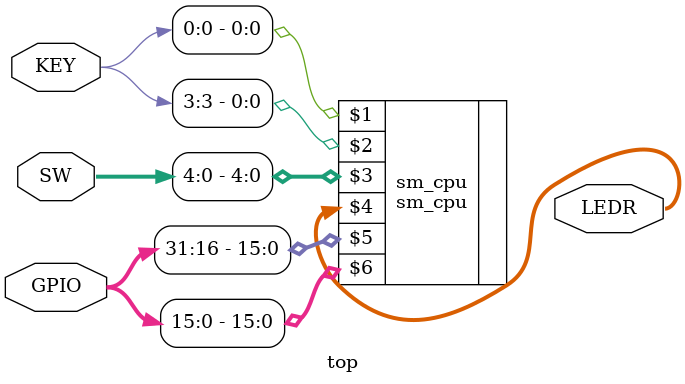
<source format=v>

module top (SW, KEY, LEDR, GPIO);

	 input wire [9:0] SW;        // DE-series switches
    input wire [3:0] KEY;       // DE-series pushbuttons
	 inout wire [31:0] GPIO;
	 output wire [9:0] LEDR;     // DE-series LEDs   

    sm_cpu sm_cpu (KEY[0], KEY[3], SW[4:0], LEDR[9:0], GPIO[31:16], GPIO[15:0]);

endmodule


</source>
